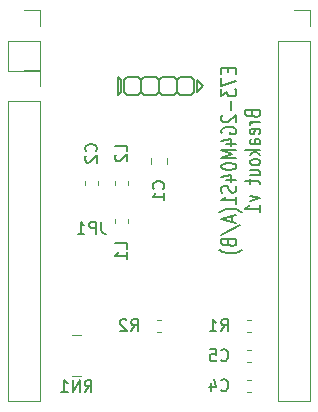
<source format=gbr>
G04 #@! TF.GenerationSoftware,KiCad,Pcbnew,(5.1.0)-1*
G04 #@! TF.CreationDate,2019-03-29T02:28:53-07:00*
G04 #@! TF.ProjectId,e73-breakout,6537332d-6272-4656-916b-6f75742e6b69,rev?*
G04 #@! TF.SameCoordinates,Original*
G04 #@! TF.FileFunction,Legend,Bot*
G04 #@! TF.FilePolarity,Positive*
%FSLAX46Y46*%
G04 Gerber Fmt 4.6, Leading zero omitted, Abs format (unit mm)*
G04 Created by KiCad (PCBNEW (5.1.0)-1) date 2019-03-29 02:28:53*
%MOMM*%
%LPD*%
G04 APERTURE LIST*
%ADD10C,0.150000*%
%ADD11C,0.120000*%
G04 APERTURE END LIST*
D10*
X105883214Y-92166666D02*
X105883214Y-92500000D01*
X106537976Y-92642857D02*
X106537976Y-92166666D01*
X105287976Y-92166666D01*
X105287976Y-92642857D01*
X105287976Y-92976190D02*
X105287976Y-93642857D01*
X106537976Y-93214285D01*
X105287976Y-93928571D02*
X105287976Y-94547619D01*
X105764166Y-94214285D01*
X105764166Y-94357142D01*
X105823690Y-94452380D01*
X105883214Y-94500000D01*
X106002261Y-94547619D01*
X106299880Y-94547619D01*
X106418928Y-94500000D01*
X106478452Y-94452380D01*
X106537976Y-94357142D01*
X106537976Y-94071428D01*
X106478452Y-93976190D01*
X106418928Y-93928571D01*
X106061785Y-94976190D02*
X106061785Y-95738095D01*
X105407023Y-96166666D02*
X105347500Y-96214285D01*
X105287976Y-96309523D01*
X105287976Y-96547619D01*
X105347500Y-96642857D01*
X105407023Y-96690476D01*
X105526071Y-96738095D01*
X105645119Y-96738095D01*
X105823690Y-96690476D01*
X106537976Y-96119047D01*
X106537976Y-96738095D01*
X105347500Y-97690476D02*
X105287976Y-97595238D01*
X105287976Y-97452380D01*
X105347500Y-97309523D01*
X105466547Y-97214285D01*
X105585595Y-97166666D01*
X105823690Y-97119047D01*
X106002261Y-97119047D01*
X106240357Y-97166666D01*
X106359404Y-97214285D01*
X106478452Y-97309523D01*
X106537976Y-97452380D01*
X106537976Y-97547619D01*
X106478452Y-97690476D01*
X106418928Y-97738095D01*
X106002261Y-97738095D01*
X106002261Y-97547619D01*
X105704642Y-98595238D02*
X106537976Y-98595238D01*
X105228452Y-98357142D02*
X106121309Y-98119047D01*
X106121309Y-98738095D01*
X106537976Y-99119047D02*
X105287976Y-99119047D01*
X106180833Y-99452380D01*
X105287976Y-99785714D01*
X106537976Y-99785714D01*
X105287976Y-100452380D02*
X105287976Y-100547619D01*
X105347500Y-100642857D01*
X105407023Y-100690476D01*
X105526071Y-100738095D01*
X105764166Y-100785714D01*
X106061785Y-100785714D01*
X106299880Y-100738095D01*
X106418928Y-100690476D01*
X106478452Y-100642857D01*
X106537976Y-100547619D01*
X106537976Y-100452380D01*
X106478452Y-100357142D01*
X106418928Y-100309523D01*
X106299880Y-100261904D01*
X106061785Y-100214285D01*
X105764166Y-100214285D01*
X105526071Y-100261904D01*
X105407023Y-100309523D01*
X105347500Y-100357142D01*
X105287976Y-100452380D01*
X105704642Y-101642857D02*
X106537976Y-101642857D01*
X105228452Y-101404761D02*
X106121309Y-101166666D01*
X106121309Y-101785714D01*
X106478452Y-102119047D02*
X106537976Y-102261904D01*
X106537976Y-102500000D01*
X106478452Y-102595238D01*
X106418928Y-102642857D01*
X106299880Y-102690476D01*
X106180833Y-102690476D01*
X106061785Y-102642857D01*
X106002261Y-102595238D01*
X105942738Y-102500000D01*
X105883214Y-102309523D01*
X105823690Y-102214285D01*
X105764166Y-102166666D01*
X105645119Y-102119047D01*
X105526071Y-102119047D01*
X105407023Y-102166666D01*
X105347500Y-102214285D01*
X105287976Y-102309523D01*
X105287976Y-102547619D01*
X105347500Y-102690476D01*
X106537976Y-103642857D02*
X106537976Y-103071428D01*
X106537976Y-103357142D02*
X105287976Y-103357142D01*
X105466547Y-103261904D01*
X105585595Y-103166666D01*
X105645119Y-103071428D01*
X107014166Y-104357142D02*
X106954642Y-104309523D01*
X106776071Y-104214285D01*
X106657023Y-104166666D01*
X106478452Y-104119047D01*
X106180833Y-104071428D01*
X105942738Y-104071428D01*
X105645119Y-104119047D01*
X105466547Y-104166666D01*
X105347500Y-104214285D01*
X105168928Y-104309523D01*
X105109404Y-104357142D01*
X106180833Y-104690476D02*
X106180833Y-105166666D01*
X106537976Y-104595238D02*
X105287976Y-104928571D01*
X106537976Y-105261904D01*
X105228452Y-106309523D02*
X106835595Y-105452380D01*
X105883214Y-106976190D02*
X105942738Y-107119047D01*
X106002261Y-107166666D01*
X106121309Y-107214285D01*
X106299880Y-107214285D01*
X106418928Y-107166666D01*
X106478452Y-107119047D01*
X106537976Y-107023809D01*
X106537976Y-106642857D01*
X105287976Y-106642857D01*
X105287976Y-106976190D01*
X105347500Y-107071428D01*
X105407023Y-107119047D01*
X105526071Y-107166666D01*
X105645119Y-107166666D01*
X105764166Y-107119047D01*
X105823690Y-107071428D01*
X105883214Y-106976190D01*
X105883214Y-106642857D01*
X107014166Y-107547619D02*
X106954642Y-107595238D01*
X106776071Y-107690476D01*
X106657023Y-107738095D01*
X106478452Y-107785714D01*
X106180833Y-107833333D01*
X105942738Y-107833333D01*
X105645119Y-107785714D01*
X105466547Y-107738095D01*
X105347500Y-107690476D01*
X105168928Y-107595238D01*
X105109404Y-107547619D01*
X107908214Y-96047619D02*
X107967738Y-96190476D01*
X108027261Y-96238095D01*
X108146309Y-96285714D01*
X108324880Y-96285714D01*
X108443928Y-96238095D01*
X108503452Y-96190476D01*
X108562976Y-96095238D01*
X108562976Y-95714285D01*
X107312976Y-95714285D01*
X107312976Y-96047619D01*
X107372500Y-96142857D01*
X107432023Y-96190476D01*
X107551071Y-96238095D01*
X107670119Y-96238095D01*
X107789166Y-96190476D01*
X107848690Y-96142857D01*
X107908214Y-96047619D01*
X107908214Y-95714285D01*
X108562976Y-96714285D02*
X107729642Y-96714285D01*
X107967738Y-96714285D02*
X107848690Y-96761904D01*
X107789166Y-96809523D01*
X107729642Y-96904761D01*
X107729642Y-97000000D01*
X108503452Y-97714285D02*
X108562976Y-97619047D01*
X108562976Y-97428571D01*
X108503452Y-97333333D01*
X108384404Y-97285714D01*
X107908214Y-97285714D01*
X107789166Y-97333333D01*
X107729642Y-97428571D01*
X107729642Y-97619047D01*
X107789166Y-97714285D01*
X107908214Y-97761904D01*
X108027261Y-97761904D01*
X108146309Y-97285714D01*
X108562976Y-98619047D02*
X107908214Y-98619047D01*
X107789166Y-98571428D01*
X107729642Y-98476190D01*
X107729642Y-98285714D01*
X107789166Y-98190476D01*
X108503452Y-98619047D02*
X108562976Y-98523809D01*
X108562976Y-98285714D01*
X108503452Y-98190476D01*
X108384404Y-98142857D01*
X108265357Y-98142857D01*
X108146309Y-98190476D01*
X108086785Y-98285714D01*
X108086785Y-98523809D01*
X108027261Y-98619047D01*
X108562976Y-99095238D02*
X107312976Y-99095238D01*
X108086785Y-99190476D02*
X108562976Y-99476190D01*
X107729642Y-99476190D02*
X108205833Y-99095238D01*
X108562976Y-100047619D02*
X108503452Y-99952380D01*
X108443928Y-99904761D01*
X108324880Y-99857142D01*
X107967738Y-99857142D01*
X107848690Y-99904761D01*
X107789166Y-99952380D01*
X107729642Y-100047619D01*
X107729642Y-100190476D01*
X107789166Y-100285714D01*
X107848690Y-100333333D01*
X107967738Y-100380952D01*
X108324880Y-100380952D01*
X108443928Y-100333333D01*
X108503452Y-100285714D01*
X108562976Y-100190476D01*
X108562976Y-100047619D01*
X107729642Y-101238095D02*
X108562976Y-101238095D01*
X107729642Y-100809523D02*
X108384404Y-100809523D01*
X108503452Y-100857142D01*
X108562976Y-100952380D01*
X108562976Y-101095238D01*
X108503452Y-101190476D01*
X108443928Y-101238095D01*
X107729642Y-101571428D02*
X107729642Y-101952380D01*
X107312976Y-101714285D02*
X108384404Y-101714285D01*
X108503452Y-101761904D01*
X108562976Y-101857142D01*
X108562976Y-101952380D01*
X107729642Y-102952380D02*
X108562976Y-103190476D01*
X107729642Y-103428571D01*
X108562976Y-104333333D02*
X108562976Y-103761904D01*
X108562976Y-104047619D02*
X107312976Y-104047619D01*
X107491547Y-103952380D01*
X107610595Y-103857142D01*
X107670119Y-103761904D01*
D11*
X100710000Y-100258578D02*
X100710000Y-99741422D01*
X99290000Y-100258578D02*
X99290000Y-99741422D01*
X94795000Y-102067779D02*
X94795000Y-101742221D01*
X93775000Y-102067779D02*
X93775000Y-101742221D01*
X107782779Y-119560000D02*
X107457221Y-119560000D01*
X107782779Y-118540000D02*
X107457221Y-118540000D01*
X107782779Y-116000000D02*
X107457221Y-116000000D01*
X107782779Y-117020000D02*
X107457221Y-117020000D01*
X97335000Y-105242779D02*
X97335000Y-104917221D01*
X96315000Y-105242779D02*
X96315000Y-104917221D01*
X96315000Y-102067779D02*
X96315000Y-101742221D01*
X97335000Y-102067779D02*
X97335000Y-101742221D01*
X112760000Y-87240000D02*
X111430000Y-87240000D01*
X112760000Y-88570000D02*
X112760000Y-87240000D01*
X112760000Y-89840000D02*
X110100000Y-89840000D01*
X110100000Y-89840000D02*
X110100000Y-120380000D01*
X112760000Y-89840000D02*
X112760000Y-120380000D01*
X112760000Y-120380000D02*
X110100000Y-120380000D01*
X93415000Y-114790000D02*
X92615000Y-114790000D01*
X93415000Y-118230000D02*
X92615000Y-118230000D01*
X107457221Y-114480000D02*
X107782779Y-114480000D01*
X107457221Y-113460000D02*
X107782779Y-113460000D01*
X89900000Y-92440000D02*
X87240000Y-92440000D01*
X89900000Y-89840000D02*
X89900000Y-92440000D01*
X87240000Y-89840000D02*
X87240000Y-92440000D01*
X89900000Y-89840000D02*
X87240000Y-89840000D01*
X89900000Y-88570000D02*
X89900000Y-87240000D01*
X89900000Y-87240000D02*
X88570000Y-87240000D01*
X89900000Y-120380000D02*
X87240000Y-120380000D01*
X89900000Y-94920000D02*
X89900000Y-120380000D01*
X87240000Y-94920000D02*
X87240000Y-120380000D01*
X89900000Y-94920000D02*
X87240000Y-94920000D01*
X89900000Y-93650000D02*
X89900000Y-92320000D01*
X89900000Y-92320000D02*
X88570000Y-92320000D01*
X99837221Y-114480000D02*
X100162779Y-114480000D01*
X99837221Y-113460000D02*
X100162779Y-113460000D01*
D10*
X96750000Y-93150000D02*
X96500000Y-92900000D01*
X96750000Y-94150000D02*
X96750000Y-93150000D01*
X96500000Y-94400000D02*
X96750000Y-94150000D01*
X96500000Y-92900000D02*
X96500000Y-94400000D01*
X103750000Y-93650000D02*
X103250000Y-94150000D01*
X103250000Y-93150000D02*
X103750000Y-93650000D01*
X103250000Y-94150000D02*
X103250000Y-93150000D01*
X101750000Y-94400000D02*
X101500000Y-94150000D01*
X102750000Y-94400000D02*
X101750000Y-94400000D01*
X103000000Y-94150000D02*
X102750000Y-94400000D01*
X103000000Y-93150000D02*
X103000000Y-94150000D01*
X102750000Y-92900000D02*
X103000000Y-93150000D01*
X101750000Y-92900000D02*
X102750000Y-92900000D01*
X101500000Y-93150000D02*
X101750000Y-92900000D01*
X100250000Y-92900000D02*
X100000000Y-93150000D01*
X101250000Y-92900000D02*
X100250000Y-92900000D01*
X101500000Y-93150000D02*
X101250000Y-92900000D01*
X101500000Y-94150000D02*
X101500000Y-93150000D01*
X101250000Y-94400000D02*
X101500000Y-94150000D01*
X100250000Y-94400000D02*
X101250000Y-94400000D01*
X100000000Y-94150000D02*
X100250000Y-94400000D01*
X98750000Y-94400000D02*
X98500000Y-94150000D01*
X99750000Y-94400000D02*
X98750000Y-94400000D01*
X100000000Y-94150000D02*
X99750000Y-94400000D01*
X100000000Y-93150000D02*
X100000000Y-94150000D01*
X99750000Y-92900000D02*
X100000000Y-93150000D01*
X98750000Y-92900000D02*
X99750000Y-92900000D01*
X97250000Y-92900000D02*
X97000000Y-93150000D01*
X98250000Y-92900000D02*
X97250000Y-92900000D01*
X98750000Y-92900000D02*
X98500000Y-93150000D01*
X98250000Y-94400000D02*
X98500000Y-94150000D01*
X97250000Y-94400000D02*
X98250000Y-94400000D01*
X97000000Y-94150000D02*
X97250000Y-94400000D01*
X97000000Y-93150000D02*
X97000000Y-94150000D01*
X98500000Y-93150000D02*
X98500000Y-94150000D01*
X98500000Y-93150000D02*
X98250000Y-92900000D01*
X100357142Y-102373333D02*
X100404761Y-102325714D01*
X100452380Y-102182857D01*
X100452380Y-102087619D01*
X100404761Y-101944761D01*
X100309523Y-101849523D01*
X100214285Y-101801904D01*
X100023809Y-101754285D01*
X99880952Y-101754285D01*
X99690476Y-101801904D01*
X99595238Y-101849523D01*
X99500000Y-101944761D01*
X99452380Y-102087619D01*
X99452380Y-102182857D01*
X99500000Y-102325714D01*
X99547619Y-102373333D01*
X100452380Y-103325714D02*
X100452380Y-102754285D01*
X100452380Y-103040000D02*
X99452380Y-103040000D01*
X99595238Y-102944761D01*
X99690476Y-102849523D01*
X99738095Y-102754285D01*
X94642142Y-99198333D02*
X94689761Y-99150714D01*
X94737380Y-99007857D01*
X94737380Y-98912619D01*
X94689761Y-98769761D01*
X94594523Y-98674523D01*
X94499285Y-98626904D01*
X94308809Y-98579285D01*
X94165952Y-98579285D01*
X93975476Y-98626904D01*
X93880238Y-98674523D01*
X93785000Y-98769761D01*
X93737380Y-98912619D01*
X93737380Y-99007857D01*
X93785000Y-99150714D01*
X93832619Y-99198333D01*
X93832619Y-99579285D02*
X93785000Y-99626904D01*
X93737380Y-99722142D01*
X93737380Y-99960238D01*
X93785000Y-100055476D01*
X93832619Y-100103095D01*
X93927857Y-100150714D01*
X94023095Y-100150714D01*
X94165952Y-100103095D01*
X94737380Y-99531666D01*
X94737380Y-100150714D01*
X105246666Y-119407142D02*
X105294285Y-119454761D01*
X105437142Y-119502380D01*
X105532380Y-119502380D01*
X105675238Y-119454761D01*
X105770476Y-119359523D01*
X105818095Y-119264285D01*
X105865714Y-119073809D01*
X105865714Y-118930952D01*
X105818095Y-118740476D01*
X105770476Y-118645238D01*
X105675238Y-118550000D01*
X105532380Y-118502380D01*
X105437142Y-118502380D01*
X105294285Y-118550000D01*
X105246666Y-118597619D01*
X104389523Y-118835714D02*
X104389523Y-119502380D01*
X104627619Y-118454761D02*
X104865714Y-119169047D01*
X104246666Y-119169047D01*
X105246666Y-116867142D02*
X105294285Y-116914761D01*
X105437142Y-116962380D01*
X105532380Y-116962380D01*
X105675238Y-116914761D01*
X105770476Y-116819523D01*
X105818095Y-116724285D01*
X105865714Y-116533809D01*
X105865714Y-116390952D01*
X105818095Y-116200476D01*
X105770476Y-116105238D01*
X105675238Y-116010000D01*
X105532380Y-115962380D01*
X105437142Y-115962380D01*
X105294285Y-116010000D01*
X105246666Y-116057619D01*
X104341904Y-115962380D02*
X104818095Y-115962380D01*
X104865714Y-116438571D01*
X104818095Y-116390952D01*
X104722857Y-116343333D01*
X104484761Y-116343333D01*
X104389523Y-116390952D01*
X104341904Y-116438571D01*
X104294285Y-116533809D01*
X104294285Y-116771904D01*
X104341904Y-116867142D01*
X104389523Y-116914761D01*
X104484761Y-116962380D01*
X104722857Y-116962380D01*
X104818095Y-116914761D01*
X104865714Y-116867142D01*
X95118333Y-105167380D02*
X95118333Y-105881666D01*
X95165952Y-106024523D01*
X95261190Y-106119761D01*
X95404047Y-106167380D01*
X95499285Y-106167380D01*
X94642142Y-106167380D02*
X94642142Y-105167380D01*
X94261190Y-105167380D01*
X94165952Y-105215000D01*
X94118333Y-105262619D01*
X94070714Y-105357857D01*
X94070714Y-105500714D01*
X94118333Y-105595952D01*
X94165952Y-105643571D01*
X94261190Y-105691190D01*
X94642142Y-105691190D01*
X93118333Y-106167380D02*
X93689761Y-106167380D01*
X93404047Y-106167380D02*
X93404047Y-105167380D01*
X93499285Y-105310238D01*
X93594523Y-105405476D01*
X93689761Y-105453095D01*
X97277380Y-107453333D02*
X97277380Y-106977142D01*
X96277380Y-106977142D01*
X97277380Y-108310476D02*
X97277380Y-107739047D01*
X97277380Y-108024761D02*
X96277380Y-108024761D01*
X96420238Y-107929523D01*
X96515476Y-107834285D01*
X96563095Y-107739047D01*
X97277380Y-99198333D02*
X97277380Y-98722142D01*
X96277380Y-98722142D01*
X96372619Y-99484047D02*
X96325000Y-99531666D01*
X96277380Y-99626904D01*
X96277380Y-99865000D01*
X96325000Y-99960238D01*
X96372619Y-100007857D01*
X96467857Y-100055476D01*
X96563095Y-100055476D01*
X96705952Y-100007857D01*
X97277380Y-99436428D01*
X97277380Y-100055476D01*
X93705476Y-119562380D02*
X94038809Y-119086190D01*
X94276904Y-119562380D02*
X94276904Y-118562380D01*
X93895952Y-118562380D01*
X93800714Y-118610000D01*
X93753095Y-118657619D01*
X93705476Y-118752857D01*
X93705476Y-118895714D01*
X93753095Y-118990952D01*
X93800714Y-119038571D01*
X93895952Y-119086190D01*
X94276904Y-119086190D01*
X93276904Y-119562380D02*
X93276904Y-118562380D01*
X92705476Y-119562380D01*
X92705476Y-118562380D01*
X91705476Y-119562380D02*
X92276904Y-119562380D01*
X91991190Y-119562380D02*
X91991190Y-118562380D01*
X92086428Y-118705238D01*
X92181666Y-118800476D01*
X92276904Y-118848095D01*
X105246666Y-114422380D02*
X105580000Y-113946190D01*
X105818095Y-114422380D02*
X105818095Y-113422380D01*
X105437142Y-113422380D01*
X105341904Y-113470000D01*
X105294285Y-113517619D01*
X105246666Y-113612857D01*
X105246666Y-113755714D01*
X105294285Y-113850952D01*
X105341904Y-113898571D01*
X105437142Y-113946190D01*
X105818095Y-113946190D01*
X104294285Y-114422380D02*
X104865714Y-114422380D01*
X104580000Y-114422380D02*
X104580000Y-113422380D01*
X104675238Y-113565238D01*
X104770476Y-113660476D01*
X104865714Y-113708095D01*
X97626666Y-114422380D02*
X97960000Y-113946190D01*
X98198095Y-114422380D02*
X98198095Y-113422380D01*
X97817142Y-113422380D01*
X97721904Y-113470000D01*
X97674285Y-113517619D01*
X97626666Y-113612857D01*
X97626666Y-113755714D01*
X97674285Y-113850952D01*
X97721904Y-113898571D01*
X97817142Y-113946190D01*
X98198095Y-113946190D01*
X97245714Y-113517619D02*
X97198095Y-113470000D01*
X97102857Y-113422380D01*
X96864761Y-113422380D01*
X96769523Y-113470000D01*
X96721904Y-113517619D01*
X96674285Y-113612857D01*
X96674285Y-113708095D01*
X96721904Y-113850952D01*
X97293333Y-114422380D01*
X96674285Y-114422380D01*
M02*

</source>
